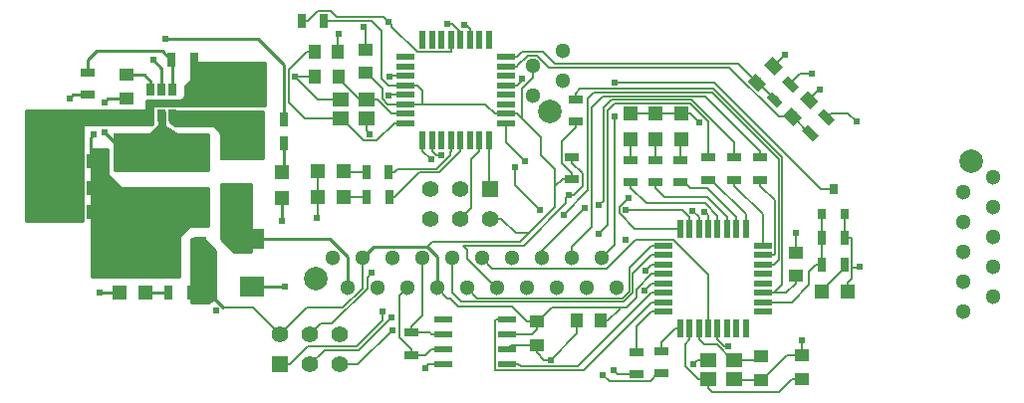
<source format=gtl>
G04 #@! TF.GenerationSoftware,KiCad,Pcbnew,5.0.2-bee76a0~70~ubuntu18.04.1*
G04 #@! TF.CreationDate,2019-04-15T21:30:03-04:00*
G04 #@! TF.ProjectId,dashboard_mk4_rev4,64617368-626f-4617-9264-5f6d6b345f72,6.0*
G04 #@! TF.SameCoordinates,Original*
G04 #@! TF.FileFunction,Copper,L1,Top*
G04 #@! TF.FilePolarity,Positive*
%FSLAX46Y46*%
G04 Gerber Fmt 4.6, Leading zero omitted, Abs format (unit mm)*
G04 Created by KiCad (PCBNEW 5.0.2-bee76a0~70~ubuntu18.04.1) date Mon 15 Apr 2019 09:30:03 PM EDT*
%MOMM*%
%LPD*%
G01*
G04 APERTURE LIST*
G04 #@! TA.AperFunction,SMDPad,CuDef*
%ADD10R,1.550000X0.600000*%
G04 #@! TD*
G04 #@! TA.AperFunction,SMDPad,CuDef*
%ADD11R,2.500000X0.900000*%
G04 #@! TD*
G04 #@! TA.AperFunction,SMDPad,CuDef*
%ADD12R,8.200000X3.300000*%
G04 #@! TD*
G04 #@! TA.AperFunction,SMDPad,CuDef*
%ADD13R,0.650000X1.060000*%
G04 #@! TD*
G04 #@! TA.AperFunction,SMDPad,CuDef*
%ADD14R,1.600000X1.000000*%
G04 #@! TD*
G04 #@! TA.AperFunction,SMDPad,CuDef*
%ADD15R,2.159000X1.778000*%
G04 #@! TD*
G04 #@! TA.AperFunction,SMDPad,CuDef*
%ADD16R,1.000000X3.200000*%
G04 #@! TD*
G04 #@! TA.AperFunction,ComponentPad*
%ADD17C,2.000000*%
G04 #@! TD*
G04 #@! TA.AperFunction,ComponentPad*
%ADD18C,1.300000*%
G04 #@! TD*
G04 #@! TA.AperFunction,ComponentPad*
%ADD19C,1.400000*%
G04 #@! TD*
G04 #@! TA.AperFunction,ComponentPad*
%ADD20R,1.400000X1.400000*%
G04 #@! TD*
G04 #@! TA.AperFunction,SMDPad,CuDef*
%ADD21R,0.550000X1.600000*%
G04 #@! TD*
G04 #@! TA.AperFunction,SMDPad,CuDef*
%ADD22R,1.600000X0.550000*%
G04 #@! TD*
G04 #@! TA.AperFunction,SMDPad,CuDef*
%ADD23R,1.400000X1.200000*%
G04 #@! TD*
G04 #@! TA.AperFunction,SMDPad,CuDef*
%ADD24R,1.250000X1.000000*%
G04 #@! TD*
G04 #@! TA.AperFunction,SMDPad,CuDef*
%ADD25R,1.000000X1.250000*%
G04 #@! TD*
G04 #@! TA.AperFunction,SMDPad,CuDef*
%ADD26R,1.200000X1.200000*%
G04 #@! TD*
G04 #@! TA.AperFunction,SMDPad,CuDef*
%ADD27R,0.700000X1.300000*%
G04 #@! TD*
G04 #@! TA.AperFunction,SMDPad,CuDef*
%ADD28R,1.300000X0.700000*%
G04 #@! TD*
G04 #@! TA.AperFunction,SMDPad,CuDef*
%ADD29C,1.000000*%
G04 #@! TD*
G04 #@! TA.AperFunction,Conductor*
%ADD30C,0.100000*%
G04 #@! TD*
G04 #@! TA.AperFunction,SMDPad,CuDef*
%ADD31C,0.700000*%
G04 #@! TD*
G04 #@! TA.AperFunction,SMDPad,CuDef*
%ADD32R,0.800000X0.900000*%
G04 #@! TD*
G04 #@! TA.AperFunction,ViaPad*
%ADD33C,0.609600*%
G04 #@! TD*
G04 #@! TA.AperFunction,Conductor*
%ADD34C,0.254000*%
G04 #@! TD*
G04 #@! TA.AperFunction,Conductor*
%ADD35C,0.152400*%
G04 #@! TD*
G04 #@! TA.AperFunction,Conductor*
%ADD36C,0.600000*%
G04 #@! TD*
G04 #@! TA.AperFunction,Conductor*
%ADD37C,0.800000*%
G04 #@! TD*
G04 #@! TA.AperFunction,Conductor*
%ADD38C,0.700000*%
G04 #@! TD*
G04 #@! TA.AperFunction,Conductor*
%ADD39C,0.500000*%
G04 #@! TD*
G04 #@! TA.AperFunction,Conductor*
%ADD40C,0.250000*%
G04 #@! TD*
G04 #@! TA.AperFunction,Conductor*
%ADD41C,0.300000*%
G04 #@! TD*
G04 APERTURE END LIST*
D10*
G04 #@! TO.P,U4,8*
G04 #@! TO.N,GND*
X118808516Y-160771054D03*
G04 #@! TO.P,U4,7*
G04 #@! TO.N,/CANH*
X118808516Y-159501054D03*
G04 #@! TO.P,U4,6*
G04 #@! TO.N,/CANL*
X118808516Y-158231054D03*
G04 #@! TO.P,U4,5*
G04 #@! TO.N,Net-(U4-Pad5)*
X118808516Y-156961054D03*
G04 #@! TO.P,U4,4*
G04 #@! TO.N,/RXCAN*
X124208516Y-156961054D03*
G04 #@! TO.P,U4,3*
G04 #@! TO.N,VCC*
X124208516Y-158231054D03*
G04 #@! TO.P,U4,2*
G04 #@! TO.N,GND*
X124208516Y-159501054D03*
G04 #@! TO.P,U4,1*
G04 #@! TO.N,/TXCAN*
X124208516Y-160771054D03*
G04 #@! TD*
D11*
G04 #@! TO.P,F1,2*
G04 #@! TO.N,/12V_Fused*
X101124594Y-142969499D03*
G04 #@! TO.P,F1,1*
G04 #@! TO.N,+12V*
X101124594Y-145869499D03*
G04 #@! TD*
D12*
G04 #@! TO.P,L1,2*
G04 #@! TO.N,Net-(C11-Pad1)*
X94818596Y-147473500D03*
G04 #@! TO.P,L1,1*
G04 #@! TO.N,Net-(C5-Pad2)*
X94818596Y-142773500D03*
G04 #@! TD*
D13*
G04 #@! TO.P,U2,5*
G04 #@! TO.N,Net-(R3-Pad2)*
X94843996Y-137419499D03*
G04 #@! TO.P,U2,6*
G04 #@! TO.N,Net-(C5-Pad1)*
X93893996Y-137419499D03*
G04 #@! TO.P,U2,4*
G04 #@! TO.N,Net-(R4-Pad1)*
X95793996Y-137419499D03*
G04 #@! TO.P,U2,3*
G04 #@! TO.N,/12V_Fused*
X95793996Y-139619499D03*
G04 #@! TO.P,U2,2*
G04 #@! TO.N,Net-(C5-Pad2)*
X94843996Y-139619499D03*
G04 #@! TO.P,U2,1*
G04 #@! TO.N,GND*
X93893996Y-139619499D03*
G04 #@! TD*
D14*
G04 #@! TO.P,C3,2*
G04 #@! TO.N,GND*
X98184099Y-136702001D03*
G04 #@! TO.P,C3,1*
G04 #@! TO.N,/12V_Fused*
X98184099Y-139702001D03*
G04 #@! TD*
D15*
G04 #@! TO.P,D7,1*
G04 #@! TO.N,+12V*
X102502094Y-150140000D03*
G04 #@! TO.P,D7,2*
G04 #@! TO.N,GND*
X102502094Y-154204000D03*
G04 #@! TD*
D16*
G04 #@! TO.P,R9,2*
G04 #@! TO.N,Net-(C11-Pad1)*
X91909097Y-151536996D03*
G04 #@! TO.P,R9,1*
G04 #@! TO.N,VCC*
X98109097Y-151536996D03*
G04 #@! TD*
D17*
G04 #@! TO.P,J3,5*
G04 #@! TO.N,N/C*
X127865000Y-139322000D03*
D18*
G04 #@! TO.P,J3,4*
G04 #@! TO.N,GND*
X128905000Y-134112000D03*
G04 #@! TO.P,J3,2*
G04 #@! TO.N,/SDA*
X128905000Y-136652000D03*
G04 #@! TO.P,J3,1*
G04 #@! TO.N,/SCL*
X126365000Y-137922000D03*
G04 #@! TO.P,J3,3*
G04 #@! TO.N,VCC*
X126365000Y-135382000D03*
G04 #@! TD*
D19*
G04 #@! TO.P,J4,6*
G04 #@! TO.N,GND*
X117659969Y-148419501D03*
G04 #@! TO.P,J4,5*
G04 #@! TO.N,/RESET_2*
X117659969Y-145879501D03*
G04 #@! TO.P,J4,4*
G04 #@! TO.N,/MOSI_2*
X120199969Y-148419501D03*
G04 #@! TO.P,J4,3*
G04 #@! TO.N,/SCK_2*
X120199969Y-145879501D03*
G04 #@! TO.P,J4,2*
G04 #@! TO.N,VCC*
X122739969Y-148419501D03*
D20*
G04 #@! TO.P,J4,1*
G04 #@! TO.N,/MISO_2*
X122739969Y-145879501D03*
G04 #@! TD*
D19*
G04 #@! TO.P,J5,6*
G04 #@! TO.N,GND*
X110012030Y-158274700D03*
G04 #@! TO.P,J5,5*
G04 #@! TO.N,/RESET*
X110012030Y-160814700D03*
G04 #@! TO.P,J5,4*
G04 #@! TO.N,/MOSI*
X107472030Y-158274700D03*
G04 #@! TO.P,J5,3*
G04 #@! TO.N,/SCK*
X107472030Y-160814700D03*
G04 #@! TO.P,J5,2*
G04 #@! TO.N,VCC*
X104932030Y-158274700D03*
D20*
G04 #@! TO.P,J5,1*
G04 #@! TO.N,/MISO*
X104932030Y-160814700D03*
G04 #@! TD*
D21*
G04 #@! TO.P,U1,32*
G04 #@! TO.N,/INFO2*
X138906587Y-149246853D03*
G04 #@! TO.P,U1,31*
G04 #@! TO.N,/RESET*
X139706587Y-149246853D03*
G04 #@! TO.P,U1,30*
G04 #@! TO.N,/PWM_0*
X140506587Y-149246853D03*
G04 #@! TO.P,U1,29*
G04 #@! TO.N,/INFO1*
X141306587Y-149246853D03*
G04 #@! TO.P,U1,28*
G04 #@! TO.N,Net-(R16-Pad1)*
X142106587Y-149246853D03*
G04 #@! TO.P,U1,27*
G04 #@! TO.N,Net-(R15-Pad1)*
X142906587Y-149246853D03*
G04 #@! TO.P,U1,26*
G04 #@! TO.N,Net-(R14-Pad1)*
X143706587Y-149246853D03*
G04 #@! TO.P,U1,25*
G04 #@! TO.N,Net-(R19-Pad1)*
X144506587Y-149246853D03*
D22*
G04 #@! TO.P,U1,24*
G04 #@! TO.N,Net-(R13-Pad2)*
X145956587Y-150696853D03*
G04 #@! TO.P,U1,23*
G04 #@! TO.N,Net-(R10-Pad2)*
X145956587Y-151496853D03*
G04 #@! TO.P,U1,22*
G04 #@! TO.N,/START_BTN*
X145956587Y-152296853D03*
G04 #@! TO.P,U1,21*
G04 #@! TO.N,Net-(U1-Pad21)*
X145956587Y-153096853D03*
G04 #@! TO.P,U1,20*
G04 #@! TO.N,Net-(U1-Pad20)*
X145956587Y-153896853D03*
G04 #@! TO.P,U1,19*
G04 #@! TO.N,Net-(C2-Pad1)*
X145956587Y-154696853D03*
G04 #@! TO.P,U1,18*
G04 #@! TO.N,Net-(Q1-Pad1)*
X145956587Y-155496853D03*
G04 #@! TO.P,U1,17*
G04 #@! TO.N,Net-(U1-Pad17)*
X145956587Y-156296853D03*
D21*
G04 #@! TO.P,U1,16*
G04 #@! TO.N,Net-(U1-Pad16)*
X144506587Y-157746853D03*
G04 #@! TO.P,U1,15*
G04 #@! TO.N,Net-(U1-Pad15)*
X143706587Y-157746853D03*
G04 #@! TO.P,U1,14*
G04 #@! TO.N,Net-(U1-Pad14)*
X142906587Y-157746853D03*
G04 #@! TO.P,U1,13*
G04 #@! TO.N,/STR_POT_SENSE*
X142106587Y-157746853D03*
G04 #@! TO.P,U1,12*
G04 #@! TO.N,/SCK*
X141306587Y-157746853D03*
G04 #@! TO.P,U1,11*
G04 #@! TO.N,Net-(C13-Pad1)*
X140506587Y-157746853D03*
G04 #@! TO.P,U1,10*
G04 #@! TO.N,Net-(C14-Pad1)*
X139706587Y-157746853D03*
G04 #@! TO.P,U1,9*
G04 #@! TO.N,Net-(R6-Pad2)*
X138906587Y-157746853D03*
D22*
G04 #@! TO.P,U1,8*
G04 #@! TO.N,Net-(R1-Pad2)*
X137456587Y-156296853D03*
G04 #@! TO.P,U1,7*
G04 #@! TO.N,/RXCAN*
X137456587Y-155496853D03*
G04 #@! TO.P,U1,6*
G04 #@! TO.N,/TXCAN*
X137456587Y-154696853D03*
G04 #@! TO.P,U1,5*
G04 #@! TO.N,GND*
X137456587Y-153896853D03*
G04 #@! TO.P,U1,4*
G04 #@! TO.N,VCC*
X137456587Y-153096853D03*
G04 #@! TO.P,U1,3*
G04 #@! TO.N,/PWM_1*
X137456587Y-152296853D03*
G04 #@! TO.P,U1,2*
G04 #@! TO.N,/MOSI*
X137456587Y-151496853D03*
G04 #@! TO.P,U1,1*
G04 #@! TO.N,/MISO*
X137456587Y-150696853D03*
G04 #@! TD*
D21*
G04 #@! TO.P,U3,32*
G04 #@! TO.N,Net-(U3-Pad32)*
X117049449Y-133211941D03*
G04 #@! TO.P,U3,31*
G04 #@! TO.N,Net-(U3-Pad31)*
X117849449Y-133211941D03*
G04 #@! TO.P,U3,30*
G04 #@! TO.N,Net-(U3-Pad30)*
X118649449Y-133211941D03*
G04 #@! TO.P,U3,29*
G04 #@! TO.N,/RESET_2*
X119449449Y-133211941D03*
G04 #@! TO.P,U3,28*
G04 #@! TO.N,/SCL*
X120249449Y-133211941D03*
G04 #@! TO.P,U3,27*
G04 #@! TO.N,/SDA*
X121049449Y-133211941D03*
G04 #@! TO.P,U3,26*
G04 #@! TO.N,Net-(U3-Pad26)*
X121849449Y-133211941D03*
G04 #@! TO.P,U3,25*
G04 #@! TO.N,Net-(U3-Pad25)*
X122649449Y-133211941D03*
D22*
G04 #@! TO.P,U3,24*
G04 #@! TO.N,Net-(C6-Pad1)*
X124099449Y-134661941D03*
G04 #@! TO.P,U3,23*
G04 #@! TO.N,Net-(C8-Pad1)*
X124099449Y-135461941D03*
G04 #@! TO.P,U3,22*
G04 #@! TO.N,Net-(U3-Pad22)*
X124099449Y-136261941D03*
G04 #@! TO.P,U3,21*
G04 #@! TO.N,GND*
X124099449Y-137061941D03*
G04 #@! TO.P,U3,20*
G04 #@! TO.N,Net-(U3-Pad20)*
X124099449Y-137861941D03*
G04 #@! TO.P,U3,19*
G04 #@! TO.N,Net-(U3-Pad19)*
X124099449Y-138661941D03*
G04 #@! TO.P,U3,18*
G04 #@! TO.N,VCC*
X124099449Y-139461941D03*
G04 #@! TO.P,U3,17*
G04 #@! TO.N,/SCK_2*
X124099449Y-140261941D03*
D21*
G04 #@! TO.P,U3,16*
G04 #@! TO.N,/MISO_2*
X122649449Y-141711941D03*
G04 #@! TO.P,U3,15*
G04 #@! TO.N,/MOSI_2*
X121849449Y-141711941D03*
G04 #@! TO.P,U3,14*
G04 #@! TO.N,Net-(U3-Pad14)*
X121049449Y-141711941D03*
G04 #@! TO.P,U3,13*
G04 #@! TO.N,Net-(R11-Pad2)*
X120249449Y-141711941D03*
G04 #@! TO.P,U3,12*
G04 #@! TO.N,Net-(R8-Pad2)*
X119449449Y-141711941D03*
G04 #@! TO.P,U3,11*
G04 #@! TO.N,Net-(U3-Pad11)*
X118649449Y-141711941D03*
G04 #@! TO.P,U3,10*
G04 #@! TO.N,/INFO2*
X117849449Y-141711941D03*
G04 #@! TO.P,U3,9*
G04 #@! TO.N,/INFO1*
X117049449Y-141711941D03*
D22*
G04 #@! TO.P,U3,8*
G04 #@! TO.N,/XTAL2*
X115599449Y-140261941D03*
G04 #@! TO.P,U3,7*
G04 #@! TO.N,/XTAL1*
X115599449Y-139461941D03*
G04 #@! TO.P,U3,6*
G04 #@! TO.N,VCC*
X115599449Y-138661941D03*
G04 #@! TO.P,U3,5*
G04 #@! TO.N,GND*
X115599449Y-137861941D03*
G04 #@! TO.P,U3,4*
G04 #@! TO.N,VCC*
X115599449Y-137061941D03*
G04 #@! TO.P,U3,3*
G04 #@! TO.N,GND*
X115599449Y-136261941D03*
G04 #@! TO.P,U3,2*
G04 #@! TO.N,Net-(U3-Pad2)*
X115599449Y-135461941D03*
G04 #@! TO.P,U3,1*
G04 #@! TO.N,Net-(U3-Pad1)*
X115599449Y-134661941D03*
G04 #@! TD*
D23*
G04 #@! TO.P,Y1,4*
G04 #@! TO.N,GND*
X112225000Y-139865000D03*
G04 #@! TO.P,Y1,3*
G04 #@! TO.N,/XTAL2*
X110025000Y-139865000D03*
G04 #@! TO.P,Y1,2*
G04 #@! TO.N,GND*
X110025000Y-138265000D03*
G04 #@! TO.P,Y1,1*
G04 #@! TO.N,/XTAL1*
X112225000Y-138265000D03*
G04 #@! TD*
G04 #@! TO.P,Y2,4*
G04 #@! TO.N,GND*
X143473812Y-162032579D03*
G04 #@! TO.P,Y2,3*
G04 #@! TO.N,Net-(C14-Pad1)*
X141273812Y-162032579D03*
G04 #@! TO.P,Y2,2*
G04 #@! TO.N,GND*
X141273812Y-160432579D03*
G04 #@! TO.P,Y2,1*
G04 #@! TO.N,Net-(C13-Pad1)*
X143473812Y-160432579D03*
G04 #@! TD*
D17*
G04 #@! TO.P,J1,11*
G04 #@! TO.N,N/C*
X163681000Y-143507000D03*
D18*
G04 #@! TO.P,J1,10*
G04 #@! TO.N,Net-(J1-Pad10)*
X162941000Y-156337000D03*
G04 #@! TO.P,J1,9*
G04 #@! TO.N,Net-(J1-Pad9)*
X165481000Y-155067000D03*
G04 #@! TO.P,J1,8*
G04 #@! TO.N,Net-(J1-Pad8)*
X162941000Y-153797000D03*
G04 #@! TO.P,J1,6*
G04 #@! TO.N,Net-(J1-Pad6)*
X162941000Y-151257000D03*
G04 #@! TO.P,J1,4*
G04 #@! TO.N,Net-(J1-Pad4)*
X162941000Y-148717000D03*
G04 #@! TO.P,J1,2*
G04 #@! TO.N,Net-(J1-Pad2)*
X162941000Y-146177000D03*
G04 #@! TO.P,J1,7*
G04 #@! TO.N,Net-(J1-Pad7)*
X165481000Y-152527000D03*
G04 #@! TO.P,J1,1*
G04 #@! TO.N,Net-(J1-Pad1)*
X165481000Y-144907000D03*
G04 #@! TO.P,J1,3*
G04 #@! TO.N,Net-(J1-Pad3)*
X165481000Y-147447000D03*
G04 #@! TO.P,J1,5*
G04 #@! TO.N,Net-(J1-Pad5)*
X165481000Y-149987000D03*
G04 #@! TD*
G04 #@! TO.P,J2,5*
G04 #@! TO.N,GND*
X114459570Y-151744360D03*
G04 #@! TO.P,J2,3*
G04 #@! TO.N,VCC*
X111919570Y-151744360D03*
G04 #@! TO.P,J2,1*
G04 #@! TO.N,GND*
X109379570Y-151744360D03*
G04 #@! TO.P,J2,7*
G04 #@! TO.N,/CANL*
X116999570Y-151744360D03*
G04 #@! TO.P,J2,2*
G04 #@! TO.N,+12V*
X110649570Y-154284360D03*
G04 #@! TO.P,J2,4*
G04 #@! TO.N,/STR_POT_SENSE*
X113189570Y-154284360D03*
G04 #@! TO.P,J2,6*
G04 #@! TO.N,/CANH*
X115729570Y-154284360D03*
G04 #@! TO.P,J2,8*
G04 #@! TO.N,VCC*
X118269570Y-154284360D03*
G04 #@! TO.P,J2,9*
G04 #@! TO.N,/MOSI*
X119539570Y-151744360D03*
G04 #@! TO.P,J2,10*
G04 #@! TO.N,/MISO*
X120809570Y-154284360D03*
G04 #@! TO.P,J2,11*
G04 #@! TO.N,/SCK*
X122079570Y-151744360D03*
G04 #@! TO.P,J2,12*
G04 #@! TO.N,/RESET*
X123349570Y-154284360D03*
G04 #@! TO.P,J2,13*
G04 #@! TO.N,/RJLED1*
X124619570Y-151744360D03*
G04 #@! TO.P,J2,14*
G04 #@! TO.N,/RJLED2*
X125889570Y-154284360D03*
G04 #@! TO.P,J2,15*
G04 #@! TO.N,/LED_START*
X127159570Y-151744360D03*
G04 #@! TO.P,J2,16*
G04 #@! TO.N,/LED_BMS*
X128429570Y-154284360D03*
G04 #@! TO.P,J2,17*
G04 #@! TO.N,/LED_IMD*
X129699570Y-151744360D03*
G04 #@! TO.P,J2,18*
G04 #@! TO.N,/START_BTN*
X130969570Y-154284360D03*
G04 #@! TO.P,J2,19*
G04 #@! TO.N,/RTD_BUZZER*
X132239570Y-151744360D03*
G04 #@! TO.P,J2,20*
G04 #@! TO.N,Net-(J2-Pad20)*
X133509570Y-154284360D03*
D17*
G04 #@! TO.P,J2,21*
G04 #@! TO.N,N/C*
X107979570Y-153544360D03*
G04 #@! TD*
D24*
G04 #@! TO.P,C5,1*
G04 #@! TO.N,Net-(C5-Pad1)*
X91834101Y-136185998D03*
G04 #@! TO.P,C5,2*
G04 #@! TO.N,Net-(C5-Pad2)*
X91834101Y-138185998D03*
G04 #@! TD*
D25*
G04 #@! TO.P,C11,1*
G04 #@! TO.N,Net-(C11-Pad1)*
X89024096Y-145821998D03*
G04 #@! TO.P,C11,2*
G04 #@! TO.N,GND*
X87024096Y-145821998D03*
G04 #@! TD*
G04 #@! TO.P,C12,1*
G04 #@! TO.N,Net-(C11-Pad1)*
X89024098Y-143535998D03*
G04 #@! TO.P,C12,2*
G04 #@! TO.N,GND*
X87024098Y-143535998D03*
G04 #@! TD*
D26*
G04 #@! TO.P,D2,2*
G04 #@! TO.N,Net-(D2-Pad2)*
X93442098Y-154711999D03*
G04 #@! TO.P,D2,1*
G04 #@! TO.N,GND*
X91242098Y-154711999D03*
G04 #@! TD*
D27*
G04 #@! TO.P,R2,1*
G04 #@! TO.N,/12V_Fused*
X103330098Y-142012002D03*
G04 #@! TO.P,R2,2*
G04 #@! TO.N,Net-(D1-Pad2)*
X105230098Y-142012002D03*
G04 #@! TD*
G04 #@! TO.P,R3,1*
G04 #@! TO.N,/12V_Fused*
X103330096Y-139979997D03*
G04 #@! TO.P,R3,2*
G04 #@! TO.N,Net-(R3-Pad2)*
X105230096Y-139979997D03*
G04 #@! TD*
G04 #@! TO.P,R12,1*
G04 #@! TO.N,VCC*
X97356096Y-154712001D03*
G04 #@! TO.P,R12,2*
G04 #@! TO.N,Net-(D2-Pad2)*
X95456096Y-154712001D03*
G04 #@! TD*
D25*
G04 #@! TO.P,C7,1*
G04 #@! TO.N,Net-(C11-Pad1)*
X89024099Y-147854000D03*
G04 #@! TO.P,C7,2*
G04 #@! TO.N,GND*
X87024099Y-147854000D03*
G04 #@! TD*
D26*
G04 #@! TO.P,D1,2*
G04 #@! TO.N,Net-(D1-Pad2)*
X105042095Y-144467996D03*
G04 #@! TO.P,D1,1*
G04 #@! TO.N,GND*
X105042095Y-146667996D03*
G04 #@! TD*
D27*
G04 #@! TO.P,R4,1*
G04 #@! TO.N,Net-(R4-Pad1)*
X95710095Y-134900001D03*
G04 #@! TO.P,R4,2*
G04 #@! TO.N,GND*
X97610095Y-134900001D03*
G04 #@! TD*
D28*
G04 #@! TO.P,R5,1*
G04 #@! TO.N,Net-(R4-Pad1)*
X88532094Y-135982001D03*
G04 #@! TO.P,R5,2*
G04 #@! TO.N,Net-(C11-Pad1)*
X88532094Y-137882001D03*
G04 #@! TD*
D25*
G04 #@! TO.P,C1,1*
G04 #@! TO.N,VCC*
X132142290Y-157093601D03*
G04 #@! TO.P,C1,2*
G04 #@! TO.N,GND*
X130142290Y-157093601D03*
G04 #@! TD*
D24*
G04 #@! TO.P,C2,2*
G04 #@! TO.N,GND*
X148717000Y-151273000D03*
G04 #@! TO.P,C2,1*
G04 #@! TO.N,Net-(C2-Pad1)*
X148717000Y-153273000D03*
G04 #@! TD*
G04 #@! TO.P,C4,2*
G04 #@! TO.N,GND*
X112141000Y-134001000D03*
G04 #@! TO.P,C4,1*
G04 #@! TO.N,VCC*
X112141000Y-136001000D03*
G04 #@! TD*
D29*
G04 #@! TO.P,C6,2*
G04 #@! TO.N,GND*
X146857581Y-135410268D03*
D30*
G04 #@! TD*
G04 #@! TO.N,GND*
G04 #@! TO.C,C6*
G36*
X146945969Y-136205763D02*
X146062086Y-135321880D01*
X146769193Y-134614773D01*
X147653076Y-135498656D01*
X146945969Y-136205763D01*
X146945969Y-136205763D01*
G37*
D29*
G04 #@! TO.P,C6,1*
G04 #@! TO.N,Net-(C6-Pad1)*
X145443367Y-136824482D03*
D30*
G04 #@! TD*
G04 #@! TO.N,Net-(C6-Pad1)*
G04 #@! TO.C,C6*
G36*
X145531755Y-137619977D02*
X144647872Y-136736094D01*
X145354979Y-136028987D01*
X146238862Y-136912870D01*
X145531755Y-137619977D01*
X145531755Y-137619977D01*
G37*
D29*
G04 #@! TO.P,C8,1*
G04 #@! TO.N,Net-(C8-Pad1)*
X148466547Y-139717845D03*
D30*
G04 #@! TD*
G04 #@! TO.N,Net-(C8-Pad1)*
G04 #@! TO.C,C8*
G36*
X148554935Y-140513340D02*
X147671052Y-139629457D01*
X148378159Y-138922350D01*
X149262042Y-139806233D01*
X148554935Y-140513340D01*
X148554935Y-140513340D01*
G37*
D29*
G04 #@! TO.P,C8,2*
G04 #@! TO.N,GND*
X149880761Y-138303631D03*
D30*
G04 #@! TD*
G04 #@! TO.N,GND*
G04 #@! TO.C,C8*
G36*
X149969149Y-139099126D02*
X149085266Y-138215243D01*
X149792373Y-137508136D01*
X150676256Y-138392019D01*
X149969149Y-139099126D01*
X149969149Y-139099126D01*
G37*
D25*
G04 #@! TO.P,C9,2*
G04 #@! TO.N,GND*
X107867560Y-136336618D03*
G04 #@! TO.P,C9,1*
G04 #@! TO.N,/XTAL1*
X109867560Y-136336618D03*
G04 #@! TD*
G04 #@! TO.P,C10,1*
G04 #@! TO.N,/XTAL2*
X107839000Y-134239000D03*
G04 #@! TO.P,C10,2*
G04 #@! TO.N,GND*
X109839000Y-134239000D03*
G04 #@! TD*
D24*
G04 #@! TO.P,C13,2*
G04 #@! TO.N,GND*
X145771154Y-162123336D03*
G04 #@! TO.P,C13,1*
G04 #@! TO.N,Net-(C13-Pad1)*
X145771154Y-160123336D03*
G04 #@! TD*
G04 #@! TO.P,C14,2*
G04 #@! TO.N,GND*
X149225000Y-160036000D03*
G04 #@! TO.P,C14,1*
G04 #@! TO.N,Net-(C14-Pad1)*
X149225000Y-162036000D03*
G04 #@! TD*
G04 #@! TO.P,C15,2*
G04 #@! TO.N,GND*
X126705359Y-159154855D03*
G04 #@! TO.P,C15,1*
G04 #@! TO.N,VCC*
X126705359Y-157154855D03*
G04 #@! TD*
D26*
G04 #@! TO.P,PB1,1*
G04 #@! TO.N,GND*
X108078078Y-144351081D03*
G04 #@! TO.P,PB1,2*
G04 #@! TO.N,Net-(D3-Pad2)*
X110278076Y-144351081D03*
G04 #@! TD*
G04 #@! TO.P,PB0,2*
G04 #@! TO.N,Net-(D4-Pad2)*
X110278078Y-146520713D03*
G04 #@! TO.P,PB0,1*
G04 #@! TO.N,GND*
X108078080Y-146520713D03*
G04 #@! TD*
G04 #@! TO.P,PB5,1*
G04 #@! TO.N,GND*
X139021121Y-139462848D03*
G04 #@! TO.P,PB5,2*
G04 #@! TO.N,Net-(D5-Pad2)*
X139021121Y-141662846D03*
G04 #@! TD*
G04 #@! TO.P,PB6,2*
G04 #@! TO.N,Net-(D6-Pad2)*
X136815571Y-141623331D03*
G04 #@! TO.P,PB6,1*
G04 #@! TO.N,GND*
X136815571Y-139423333D03*
G04 #@! TD*
G04 #@! TO.P,PB7,1*
G04 #@! TO.N,GND*
X134726762Y-139425131D03*
G04 #@! TO.P,PB7,2*
G04 #@! TO.N,Net-(D8-Pad2)*
X134726762Y-141625129D03*
G04 #@! TD*
D28*
G04 #@! TO.P,R1,1*
G04 #@! TO.N,/RJLED1*
X135224713Y-161628576D03*
G04 #@! TO.P,R1,2*
G04 #@! TO.N,Net-(R1-Pad2)*
X135224713Y-159728578D03*
G04 #@! TD*
G04 #@! TO.P,R6,2*
G04 #@! TO.N,Net-(R6-Pad2)*
X137315315Y-159685474D03*
G04 #@! TO.P,R6,1*
G04 #@! TO.N,/RJLED2*
X137315315Y-161585472D03*
G04 #@! TD*
G04 #@! TO.P,R7,1*
G04 #@! TO.N,VCC*
X130048000Y-140136038D03*
G04 #@! TO.P,R7,2*
G04 #@! TO.N,Net-(C2-Pad1)*
X130048000Y-138236038D03*
G04 #@! TD*
D27*
G04 #@! TO.P,R8,2*
G04 #@! TO.N,Net-(R8-Pad2)*
X114163803Y-144428313D03*
G04 #@! TO.P,R8,1*
G04 #@! TO.N,Net-(D3-Pad2)*
X112263805Y-144428313D03*
G04 #@! TD*
D28*
G04 #@! TO.P,R10,2*
G04 #@! TO.N,Net-(R10-Pad2)*
X145739286Y-145089033D03*
G04 #@! TO.P,R10,1*
G04 #@! TO.N,/LED_IMD*
X145739286Y-143189035D03*
G04 #@! TD*
D27*
G04 #@! TO.P,R11,1*
G04 #@! TO.N,Net-(D4-Pad2)*
X112274582Y-146536878D03*
G04 #@! TO.P,R11,2*
G04 #@! TO.N,Net-(R11-Pad2)*
X114174580Y-146536878D03*
G04 #@! TD*
D28*
G04 #@! TO.P,R13,2*
G04 #@! TO.N,Net-(R13-Pad2)*
X143522959Y-145092623D03*
G04 #@! TO.P,R13,1*
G04 #@! TO.N,/LED_START*
X143522959Y-143192625D03*
G04 #@! TD*
G04 #@! TO.P,R14,2*
G04 #@! TO.N,Net-(D5-Pad2)*
X138965582Y-143410983D03*
G04 #@! TO.P,R14,1*
G04 #@! TO.N,Net-(R14-Pad1)*
X138965582Y-145310981D03*
G04 #@! TD*
G04 #@! TO.P,R15,1*
G04 #@! TO.N,Net-(R15-Pad1)*
X136824434Y-145323219D03*
G04 #@! TO.P,R15,2*
G04 #@! TO.N,Net-(D6-Pad2)*
X136824434Y-143423221D03*
G04 #@! TD*
G04 #@! TO.P,R16,1*
G04 #@! TO.N,Net-(R16-Pad1)*
X134716128Y-145300205D03*
G04 #@! TO.P,R16,2*
G04 #@! TO.N,Net-(D8-Pad2)*
X134716128Y-143400207D03*
G04 #@! TD*
D31*
G04 #@! TO.P,R17,2*
G04 #@! TO.N,Net-(C6-Pad1)*
X146946842Y-138272484D03*
D30*
G04 #@! TD*
G04 #@! TO.N,Net-(C6-Pad1)*
G04 #@! TO.C,R17*
G36*
X146734710Y-137565377D02*
X147653949Y-138484616D01*
X147158974Y-138979591D01*
X146239735Y-138060352D01*
X146734710Y-137565377D01*
X146734710Y-137565377D01*
G37*
D31*
G04 #@! TO.P,R17,1*
G04 #@! TO.N,/PWM_1*
X148290344Y-136928982D03*
D30*
G04 #@! TD*
G04 #@! TO.N,/PWM_1*
G04 #@! TO.C,R17*
G36*
X148078212Y-136221875D02*
X148997451Y-137141114D01*
X148502476Y-137636089D01*
X147583237Y-136716850D01*
X148078212Y-136221875D01*
X148078212Y-136221875D01*
G37*
D31*
G04 #@! TO.P,R18,1*
G04 #@! TO.N,/PWM_0*
X151353584Y-139763624D03*
D30*
G04 #@! TD*
G04 #@! TO.N,/PWM_0*
G04 #@! TO.C,R18*
G36*
X151141452Y-139056517D02*
X152060691Y-139975756D01*
X151565716Y-140470731D01*
X150646477Y-139551492D01*
X151141452Y-139056517D01*
X151141452Y-139056517D01*
G37*
D31*
G04 #@! TO.P,R18,2*
G04 #@! TO.N,Net-(C8-Pad1)*
X150010082Y-141107126D03*
D30*
G04 #@! TD*
G04 #@! TO.N,Net-(C8-Pad1)*
G04 #@! TO.C,R18*
G36*
X149797950Y-140400019D02*
X150717189Y-141319258D01*
X150222214Y-141814233D01*
X149302975Y-140894994D01*
X149797950Y-140400019D01*
X149797950Y-140400019D01*
G37*
D28*
G04 #@! TO.P,R19,2*
G04 #@! TO.N,/LED_BMS*
X141295855Y-143185443D03*
G04 #@! TO.P,R19,1*
G04 #@! TO.N,Net-(R19-Pad1)*
X141295855Y-145085441D03*
G04 #@! TD*
D27*
G04 #@! TO.P,R20,2*
G04 #@! TO.N,VCC*
X108645999Y-131572000D03*
G04 #@! TO.P,R20,1*
G04 #@! TO.N,/RESET_2*
X106746001Y-131572000D03*
G04 #@! TD*
D28*
G04 #@! TO.P,R21,2*
G04 #@! TO.N,VCC*
X129719891Y-145048959D03*
G04 #@! TO.P,R21,1*
G04 #@! TO.N,/RESET*
X129719891Y-143148961D03*
G04 #@! TD*
G04 #@! TO.P,R22,1*
G04 #@! TO.N,/CANH*
X116065297Y-160011632D03*
G04 #@! TO.P,R22,2*
G04 #@! TO.N,/CANL*
X116065297Y-158111634D03*
G04 #@! TD*
D26*
G04 #@! TO.P,D9,2*
G04 #@! TO.N,Net-(D9-Pad2)*
X150968963Y-154565382D03*
G04 #@! TO.P,D9,1*
G04 #@! TO.N,GND*
X153168961Y-154565382D03*
G04 #@! TD*
D32*
G04 #@! TO.P,Q1,1*
G04 #@! TO.N,Net-(Q1-Pad1)*
X150991962Y-147995383D03*
G04 #@! TO.P,Q1,2*
G04 #@! TO.N,GND*
X152891962Y-147995383D03*
G04 #@! TO.P,Q1,3*
G04 #@! TO.N,/RTD_BUZZER*
X151941962Y-145895382D03*
G04 #@! TD*
D27*
G04 #@! TO.P,R23,1*
G04 #@! TO.N,Net-(Q1-Pad1)*
X150991962Y-152279382D03*
G04 #@! TO.P,R23,2*
G04 #@! TO.N,Net-(D9-Pad2)*
X152891960Y-152279382D03*
G04 #@! TD*
G04 #@! TO.P,R24,2*
G04 #@! TO.N,GND*
X152891960Y-149993382D03*
G04 #@! TO.P,R24,1*
G04 #@! TO.N,Net-(Q1-Pad1)*
X150991962Y-149993382D03*
G04 #@! TD*
D33*
G04 #@! TO.N,GND*
X105296097Y-154203998D03*
X89548094Y-154711999D03*
X100216096Y-137947999D03*
X102502098Y-137947996D03*
X102502096Y-136169999D03*
X100216098Y-136170000D03*
X85230096Y-147599998D03*
X84976100Y-142773997D03*
X83960098Y-143789998D03*
X84976097Y-144805997D03*
X83960098Y-145821999D03*
X84976097Y-146584000D03*
X83960098Y-147600002D03*
X105042095Y-148616001D03*
X99454097Y-156235997D03*
X117233250Y-161091561D03*
X127891090Y-160454021D03*
X135869230Y-154533281D03*
X140054599Y-160756792D03*
X140514890Y-140197521D03*
X150752198Y-137446870D03*
X147795897Y-134440281D03*
X108051151Y-148343302D03*
X106203070Y-136325934D03*
X114185249Y-136285921D03*
X149225000Y-158750000D03*
X109855000Y-132715000D03*
X154170523Y-152481872D03*
X148717000Y-149606000D03*
X114114368Y-137922000D03*
X112522000Y-141224000D03*
X112014000Y-132080000D03*
X125476000Y-136525000D03*
G04 #@! TO.N,/MISO*
X113642140Y-156324300D03*
G04 #@! TO.N,/SCK*
X114360960Y-156832300D03*
G04 #@! TO.N,Net-(C5-Pad2)*
X89967195Y-138501902D03*
X90017996Y-141092700D03*
G04 #@! TO.N,Net-(C11-Pad1)*
X89040096Y-141249999D03*
X87008098Y-138202001D03*
G04 #@! TO.N,Net-(R3-Pad2)*
X94120099Y-134900000D03*
X95136098Y-133121997D03*
G04 #@! TO.N,/STR_POT_SENSE*
X142963450Y-159229742D03*
G04 #@! TO.N,/MOSI*
X112695906Y-153036354D03*
G04 #@! TO.N,/RESET*
X134291890Y-147675280D03*
X129486209Y-146369721D03*
X129486209Y-146369721D03*
X114477800Y-157871160D03*
G04 #@! TO.N,/RJLED1*
X133268271Y-161312542D03*
G04 #@! TO.N,/RJLED2*
X132371651Y-161688461D03*
G04 #@! TO.N,/LED_START*
X132016049Y-147243481D03*
X130786690Y-147467001D03*
G04 #@! TO.N,/LED_BMS*
X131995729Y-149681880D03*
G04 #@! TO.N,/START_BTN*
X128998529Y-148061362D03*
X128998529Y-148061362D03*
G04 #@! TO.N,/SCL*
X119135212Y-131822694D03*
G04 #@! TO.N,/SDA*
X120523000Y-131953000D03*
G04 #@! TO.N,/SCK_2*
X125727011Y-143542701D03*
G04 #@! TO.N,/RESET_2*
X114109050Y-131650420D03*
G04 #@! TO.N,/PWM_1*
X135991151Y-152834022D03*
X150132559Y-136101629D03*
G04 #@! TO.N,/PWM_0*
X139973871Y-147705761D03*
X153943781Y-140149927D03*
G04 #@! TO.N,/RTD_BUZZER*
X133350000Y-139700000D03*
X133350000Y-136842091D03*
G04 #@! TO.N,/INFO2*
X134493000Y-146685000D03*
X118618956Y-143023174D03*
G04 #@! TO.N,/INFO1*
X141002973Y-147795027D03*
X134239000Y-150241000D03*
X117729000Y-143383000D03*
X124841000Y-144018000D03*
X127000000Y-147701000D03*
G04 #@! TD*
D34*
G04 #@! TO.N,GND*
X102502098Y-154203998D02*
X105296097Y-154203998D01*
X91242095Y-154711999D02*
X89548094Y-154711999D01*
X97610096Y-134900001D02*
X97610097Y-136128001D01*
X97610097Y-136128001D02*
X98184098Y-136702002D01*
X102502098Y-154203998D02*
X102311595Y-154203999D01*
X98184098Y-136702002D02*
X99684098Y-136702002D01*
X102502096Y-136169999D02*
X102502098Y-137947996D01*
X99684098Y-136702002D02*
X100216098Y-136170000D01*
X85230096Y-147599998D02*
X83960098Y-147600002D01*
X85484097Y-147854000D02*
X85230096Y-147599998D01*
X87024100Y-147853998D02*
X85484097Y-147854000D01*
X84722098Y-142520000D02*
X84722097Y-141504000D01*
X84976100Y-142773997D02*
X84722098Y-142520000D01*
X84976097Y-144805997D02*
X83960098Y-143789998D01*
X84214096Y-145821996D02*
X83960098Y-145821999D01*
X84976097Y-146584000D02*
X84214096Y-145821996D01*
X105042095Y-146668001D02*
X105042095Y-148616001D01*
X126359158Y-159501054D02*
X126705359Y-159154855D01*
D35*
X124554717Y-159154855D02*
X124208517Y-159501055D01*
X126705359Y-159154855D02*
X124554717Y-159154855D01*
X118808517Y-160771053D02*
X117553756Y-160771054D01*
X117553756Y-160771054D02*
X117233250Y-161091561D01*
X127352124Y-160454021D02*
X127891090Y-160454021D01*
X126705359Y-159154855D02*
X126705359Y-159807255D01*
X126705359Y-159807255D02*
X127352124Y-160454021D01*
X135869231Y-154531809D02*
X135869230Y-154533281D01*
X137456587Y-153896851D02*
X136504188Y-153896853D01*
X136504188Y-153896853D02*
X135869231Y-154531809D01*
X143950592Y-162509359D02*
X143473813Y-162032580D01*
X143564572Y-162123338D02*
X143473813Y-162032580D01*
X145771153Y-162123338D02*
X143564572Y-162123338D01*
X145771153Y-162123338D02*
X145896152Y-162123338D01*
X141273814Y-160432580D02*
X140378809Y-160432580D01*
X140378809Y-160432580D02*
X140054599Y-160756792D01*
X130142289Y-158202821D02*
X127891090Y-160454021D01*
X130142289Y-157093601D02*
X130142289Y-158202821D01*
X136813773Y-139425131D02*
X136815571Y-139423333D01*
X134726762Y-139425132D02*
X136813773Y-139425131D01*
X138981606Y-139423333D02*
X139021119Y-139462848D01*
X136815571Y-139423333D02*
X138981606Y-139423333D01*
X140508193Y-140197521D02*
X140514890Y-140197521D01*
X139021119Y-139462848D02*
X139773519Y-139462848D01*
X139773519Y-139462848D02*
X140508193Y-140197521D01*
X114647050Y-136261941D02*
X115599450Y-136261940D01*
X149880761Y-138303633D02*
X150737523Y-137446870D01*
X150737523Y-137446870D02*
X150752198Y-137446870D01*
X146857580Y-135410267D02*
X147795896Y-134471953D01*
X147795896Y-134471953D02*
X147795897Y-134440281D01*
X108078079Y-145768313D02*
X108078079Y-146520713D01*
X108078078Y-144351081D02*
X108078079Y-145768313D01*
X108078079Y-146520713D02*
X108078079Y-148316372D01*
X108078079Y-148316372D02*
X108051151Y-148343302D01*
X107838356Y-136365821D02*
X107867559Y-136336618D01*
X107867559Y-136336618D02*
X106213755Y-136336619D01*
X106213755Y-136336619D02*
X106203070Y-136325934D01*
X114647050Y-136261941D02*
X114209230Y-136261940D01*
X114209230Y-136261940D02*
X114185249Y-136285921D01*
X147983490Y-160036000D02*
X149225000Y-160036000D01*
X145771154Y-162123336D02*
X145896154Y-162123336D01*
X145896154Y-162123336D02*
X147983490Y-160036000D01*
X149225000Y-160036000D02*
X149225000Y-158750000D01*
X109839000Y-134239000D02*
X109839000Y-132731000D01*
X109839000Y-132731000D02*
X109855000Y-132715000D01*
X153470562Y-152533382D02*
X153973961Y-152533382D01*
X153470562Y-152533382D02*
X153470562Y-153511381D01*
X152891962Y-148545382D02*
X152891962Y-147995383D01*
X152891962Y-149993382D02*
X152891962Y-148545382D01*
X153394362Y-149993382D02*
X152891962Y-149993382D01*
X153470562Y-152533382D02*
X153470562Y-150069583D01*
X153470562Y-150069583D02*
X153394362Y-149993382D01*
X153168961Y-153812982D02*
X153168961Y-154565382D01*
X153470562Y-153511381D02*
X153168961Y-153812982D01*
X153973961Y-152533382D02*
X154025471Y-152481872D01*
X154025471Y-152481872D02*
X154170523Y-152481872D01*
X148717000Y-151273000D02*
X148717000Y-149606000D01*
X115599449Y-137861941D02*
X114174427Y-137861941D01*
X114174427Y-137861941D02*
X114114368Y-137922000D01*
X112225000Y-139865000D02*
X112225000Y-140927000D01*
X112225000Y-140927000D02*
X112522000Y-141224000D01*
X108142136Y-138265000D02*
X106203070Y-136325934D01*
X110025000Y-138265000D02*
X108142136Y-138265000D01*
X112141000Y-134001000D02*
X112141000Y-132207000D01*
X112141000Y-132207000D02*
X112014000Y-132080000D01*
X125476000Y-136637790D02*
X125476000Y-136525000D01*
X124099449Y-137061941D02*
X125051849Y-137061941D01*
X125051849Y-137061941D02*
X125476000Y-136637790D01*
G04 #@! TO.N,VCC*
X115419210Y-138697802D02*
X115495410Y-138621600D01*
D34*
X118269570Y-151638847D02*
X117445684Y-150814960D01*
X118269570Y-154284361D02*
X118269570Y-151638847D01*
X126705358Y-157154853D02*
X126580358Y-157154855D01*
D35*
X126705359Y-157807256D02*
X126705358Y-157154853D01*
X126281560Y-158231054D02*
X126705359Y-157807256D01*
X124208518Y-158231054D02*
X126281560Y-158231054D01*
X124662745Y-155889641D02*
X125927958Y-157154854D01*
X120093291Y-155889641D02*
X124662745Y-155889641D01*
X119366611Y-155162961D02*
X120093291Y-155889641D01*
X119148170Y-155162962D02*
X119366611Y-155162961D01*
X125927958Y-157154854D02*
X126705358Y-157154853D01*
X118269570Y-154284361D02*
X119148170Y-155162962D01*
X136504186Y-153096850D02*
X135196139Y-154404899D01*
X137456588Y-153096852D02*
X136504186Y-153096850D01*
X135196139Y-154404899D02*
X135196139Y-155089531D01*
X135196139Y-155089531D02*
X134345229Y-155940441D01*
X126830357Y-157154854D02*
X126705358Y-157154853D01*
X128020630Y-155964583D02*
X126830357Y-157154854D01*
X128020630Y-155940441D02*
X128020630Y-155964583D01*
X133743250Y-156145041D02*
X133743250Y-155940441D01*
X132794689Y-157093601D02*
X133743250Y-156145041D01*
X132142291Y-157093602D02*
X132794689Y-157093601D01*
X134345229Y-155940441D02*
X133743250Y-155940441D01*
X133743250Y-155940441D02*
X128020630Y-155940441D01*
X128917490Y-145048960D02*
X128302571Y-145663880D01*
X129719891Y-145048960D02*
X128917490Y-145048960D01*
X117882801Y-150377840D02*
X117445684Y-150814960D01*
X125330769Y-150377841D02*
X117882801Y-150377840D01*
X128302569Y-145765201D02*
X128302569Y-145620961D01*
X128302571Y-145663880D02*
X128302569Y-145765201D01*
X123147050Y-139461939D02*
X122347049Y-138661939D01*
X124099450Y-139461940D02*
X123147050Y-139461939D01*
X116974171Y-137484261D02*
X116974171Y-138661941D01*
X115599450Y-137061941D02*
X116551850Y-137061940D01*
X122347049Y-138661939D02*
X116974171Y-138661941D01*
X116551850Y-137061940D02*
X116974171Y-137484261D01*
X128302571Y-144223961D02*
X128302571Y-145856641D01*
X128302569Y-145765201D02*
X128302571Y-145856641D01*
X128302571Y-145856641D02*
X128302569Y-147406039D01*
D34*
X98109098Y-154563000D02*
X97960096Y-154711999D01*
X98109096Y-151536998D02*
X98109098Y-154563000D01*
X98794716Y-154712000D02*
X100038297Y-155955582D01*
X97960096Y-154711999D02*
X98794716Y-154712000D01*
D35*
X125051850Y-139461939D02*
X124099450Y-139461940D01*
X127062510Y-142983900D02*
X127062510Y-141472600D01*
X128302571Y-144223961D02*
X127062510Y-142983900D01*
X124931339Y-149620921D02*
X126087689Y-149620921D01*
X123729918Y-148419501D02*
X124931339Y-149620921D01*
X128302569Y-147406039D02*
X126087689Y-149620921D01*
X122739970Y-148419500D02*
X123729918Y-148419501D01*
X126087689Y-149620921D02*
X125330769Y-150377841D01*
X114171835Y-137061941D02*
X113575651Y-136465755D01*
X115599450Y-137061941D02*
X114171835Y-137061941D01*
X102612912Y-155955582D02*
X104932030Y-158274700D01*
X100038297Y-155955582D02*
X102612912Y-155955582D01*
X109908497Y-156001241D02*
X107205489Y-156001241D01*
X110233018Y-156001242D02*
X109908497Y-156001241D01*
X111919570Y-151744362D02*
X111919571Y-154314691D01*
X107205489Y-156001241D02*
X104932030Y-158274700D01*
X111919571Y-154314691D02*
X110233018Y-156001242D01*
X114647049Y-137061941D02*
X115599449Y-137061941D01*
D34*
X117445683Y-150814959D02*
X117445684Y-150814960D01*
X112848971Y-150814959D02*
X117445683Y-150814959D01*
X111919570Y-151744360D02*
X112848971Y-150814959D01*
D35*
X129719891Y-144546560D02*
X129719891Y-145048960D01*
X128841289Y-143667959D02*
X129719891Y-144546560D01*
X116551849Y-138661941D02*
X116974171Y-138661941D01*
X115599449Y-138661941D02*
X116551849Y-138661941D01*
X114647049Y-138661941D02*
X115599449Y-138661941D01*
X114064875Y-138661941D02*
X114647049Y-138661941D01*
X113580967Y-138178033D02*
X114064875Y-138661941D01*
X112266000Y-136001000D02*
X113580967Y-137315967D01*
X113580967Y-137315967D02*
X113580967Y-138178033D01*
X112141000Y-136001000D02*
X112266000Y-136001000D01*
X112661250Y-131546599D02*
X113575651Y-132461000D01*
X109148399Y-131572000D02*
X109173800Y-131546599D01*
X109173800Y-131546599D02*
X112661250Y-131546599D01*
X108645999Y-131572000D02*
X109148399Y-131572000D01*
X113575651Y-136465755D02*
X113575651Y-132461000D01*
X125476000Y-139886089D02*
X125051850Y-139461939D01*
X127062510Y-141472600D02*
X125476000Y-139886089D01*
X128841289Y-141845149D02*
X128841289Y-142621000D01*
X130048000Y-140638438D02*
X128841289Y-141845149D01*
X130048000Y-140136038D02*
X130048000Y-140638438D01*
X128841289Y-142621000D02*
X128841289Y-143667959D01*
X125476000Y-139700000D02*
X125476000Y-139886089D01*
X125486399Y-137304035D02*
X125486399Y-139689601D01*
X126365000Y-136425434D02*
X125486399Y-137304035D01*
X125486399Y-139689601D02*
X125476000Y-139700000D01*
X126365000Y-135382000D02*
X126365000Y-136425434D01*
D34*
G04 #@! TO.N,Net-(D2-Pad2)*
X95456099Y-154712001D02*
X93442098Y-154712001D01*
D35*
G04 #@! TO.N,/MISO*
X136504186Y-150696852D02*
X137456586Y-150696851D01*
X134586520Y-152614519D02*
X136504186Y-150696852D01*
X134586520Y-154596791D02*
X134586520Y-152614519D01*
X134020349Y-155162962D02*
X134586520Y-154596791D01*
X121688170Y-155162962D02*
X134020349Y-155162962D01*
X120809569Y-154284361D02*
X121688170Y-155162962D01*
X105784430Y-160814700D02*
X107300490Y-159298640D01*
X104932030Y-160814700D02*
X105784430Y-160814700D01*
X107300490Y-159298640D02*
X111424720Y-159298640D01*
X111424720Y-159298640D02*
X113642140Y-157081220D01*
X113642140Y-157081220D02*
X113642140Y-156324300D01*
G04 #@! TO.N,/RXCAN*
X123204916Y-157037255D02*
X123204916Y-161253934D01*
X123281117Y-156961052D02*
X123204916Y-157037255D01*
X124208517Y-156961052D02*
X123281117Y-156961052D01*
X130701384Y-161299655D02*
X136504186Y-155496851D01*
X136504186Y-155496851D02*
X137456586Y-155496852D01*
X123250636Y-161299655D02*
X130701384Y-161299655D01*
X123204916Y-161253934D02*
X123250636Y-161299655D01*
G04 #@! TO.N,/SCK*
X141306587Y-153133334D02*
X138366505Y-150193251D01*
X141306587Y-157746852D02*
X141306587Y-153133334D01*
X132661298Y-152622962D02*
X122958171Y-152622962D01*
X135091009Y-150193249D02*
X132661298Y-152622962D01*
X138366505Y-150193251D02*
X135091009Y-150193249D01*
X122958171Y-152622962D02*
X122079569Y-151744359D01*
X111589811Y-159603449D02*
X114360960Y-156832300D01*
X107472030Y-160814700D02*
X108683281Y-159603449D01*
X108683281Y-159603449D02*
X111589811Y-159603449D01*
D36*
G04 #@! TO.N,/12V_Fused*
X97593997Y-139619504D02*
X97643998Y-139569497D01*
D34*
G04 #@! TO.N,Net-(C5-Pad1)*
X93894000Y-137419501D02*
X93893997Y-136705900D01*
X93374097Y-136186000D02*
X91834097Y-136186003D01*
X93893997Y-136705900D02*
X93374097Y-136186000D01*
G04 #@! TO.N,Net-(C5-Pad2)*
X92024597Y-138219500D02*
X90249600Y-138219497D01*
X90249600Y-138219497D02*
X89967195Y-138501902D01*
X90017996Y-141092700D02*
X91698799Y-142773499D01*
X91698799Y-142773499D02*
X93104096Y-142012002D01*
X91327598Y-142773500D02*
X93104096Y-142012002D01*
D37*
X93129498Y-141986602D02*
X93104096Y-142012002D01*
D38*
X93129498Y-141986602D02*
X93104096Y-142012002D01*
D36*
X93129498Y-141986602D02*
X93104096Y-142012002D01*
D39*
X93129498Y-141986602D02*
X93104096Y-142012002D01*
D40*
X93129498Y-141986602D02*
X93104096Y-142012002D01*
X93129498Y-141986602D02*
X93104096Y-142012002D01*
D38*
X93129498Y-141986602D02*
X93104096Y-142012002D01*
D36*
X93129498Y-141986602D02*
X93104096Y-142012002D01*
D40*
X93129498Y-141986602D02*
X93104096Y-142012002D01*
D34*
G04 #@! TO.N,Net-(C11-Pad1)*
X88532098Y-137881998D02*
X87328097Y-137882002D01*
X88774097Y-141515998D02*
X88774098Y-143210997D01*
X89040096Y-141249999D02*
X88774097Y-141515998D01*
X87328097Y-137882002D02*
X87008098Y-138202001D01*
D37*
X94636099Y-147655999D02*
X94818597Y-147473500D01*
X91250599Y-147473501D02*
X94818597Y-147473500D01*
D41*
X89274099Y-142569002D02*
X89274100Y-143211001D01*
D34*
G04 #@! TO.N,Net-(D1-Pad2)*
X105230099Y-142011999D02*
X105230097Y-144279999D01*
X105230097Y-144279999D02*
X105042097Y-144468000D01*
G04 #@! TO.N,+12V*
X101124599Y-145869498D02*
X101124598Y-148952998D01*
X101124598Y-148952998D02*
X102311597Y-150140001D01*
X102311597Y-150140001D02*
X102502100Y-150140000D01*
X110649570Y-153365122D02*
X110649570Y-154284360D01*
X110649570Y-151638846D02*
X110649570Y-153365122D01*
X109150724Y-150140000D02*
X110649570Y-151638846D01*
X102502093Y-150140000D02*
X109150724Y-150140000D01*
G04 #@! TO.N,Net-(R3-Pad2)*
X105230097Y-139979998D02*
X105230098Y-135342000D01*
X94843999Y-135623901D02*
X94843999Y-137419499D01*
X94120099Y-134900000D02*
X94843999Y-135623901D01*
X103010096Y-133122001D02*
X95136098Y-133121997D01*
X105230098Y-135342000D02*
X103010096Y-133122001D01*
G04 #@! TO.N,Net-(R4-Pad1)*
X95793995Y-137419499D02*
X95793996Y-135049898D01*
X88532097Y-134899999D02*
X88532098Y-135982001D01*
X89294098Y-134138001D02*
X88532097Y-134899999D01*
X94882099Y-134138001D02*
X89294098Y-134138001D01*
X95793996Y-135049898D02*
X94882099Y-134138001D01*
X95805098Y-137408400D02*
X95793995Y-137419499D01*
D35*
G04 #@! TO.N,Net-(C2-Pad1)*
X148717000Y-153925400D02*
X148717000Y-153273000D01*
X147945547Y-154696853D02*
X148717000Y-153925400D01*
X145956587Y-154696853D02*
X147945547Y-154696853D01*
X146908988Y-154696852D02*
X145956588Y-154696851D01*
X141768290Y-137375491D02*
X147594808Y-143202009D01*
X147594808Y-143202009D02*
X147594808Y-154011031D01*
X147594808Y-154011031D02*
X146908988Y-154696852D01*
X130406147Y-137375491D02*
X131064000Y-137375491D01*
X130048000Y-137733638D02*
X130406147Y-137375491D01*
X130048000Y-138236038D02*
X130048000Y-137733638D01*
X130683000Y-137375491D02*
X131064000Y-137375491D01*
X131064000Y-137375491D02*
X141768290Y-137375491D01*
G04 #@! TO.N,Net-(C6-Pad1)*
X124624449Y-134661941D02*
X124099450Y-134661941D01*
X145498840Y-136824482D02*
X145443367Y-136824482D01*
X146946842Y-138272484D02*
X145498840Y-136824482D01*
X144930716Y-136311831D02*
X145443367Y-136824482D01*
X124099449Y-134661941D02*
X125051849Y-134661941D01*
X128229589Y-135214589D02*
X143833474Y-135214589D01*
X143833474Y-135214589D02*
X144930716Y-136311831D01*
X127213589Y-134198589D02*
X128229589Y-135214589D01*
X125515201Y-134198589D02*
X127213589Y-134198589D01*
X125051849Y-134661941D02*
X125515201Y-134198589D01*
G04 #@! TO.N,Net-(C8-Pad1)*
X149855828Y-141107126D02*
X150010082Y-141107126D01*
X148466547Y-139717845D02*
X149855828Y-141107126D01*
X147306318Y-139717845D02*
X147659440Y-139717845D01*
X143107872Y-135519399D02*
X147306318Y-139717845D01*
X124099449Y-135461941D02*
X125051849Y-135461941D01*
X147659440Y-139717845D02*
X148466547Y-139717845D01*
X125943271Y-134503399D02*
X126756399Y-134503399D01*
X125051849Y-135461941D02*
X125051849Y-135394821D01*
X125051849Y-135394821D02*
X125943271Y-134503399D01*
X127772399Y-135519399D02*
X128270000Y-135519399D01*
X126756399Y-134503399D02*
X127772399Y-135519399D01*
X128229271Y-135519399D02*
X128270000Y-135519399D01*
X128270000Y-135519399D02*
X143107872Y-135519399D01*
G04 #@! TO.N,/XTAL1*
X114647050Y-139461942D02*
X115599450Y-139461941D01*
X114403690Y-139461941D02*
X114647050Y-139461942D01*
X111670942Y-138265000D02*
X112225000Y-138265000D01*
X109867560Y-136461618D02*
X111670942Y-138265000D01*
X109867560Y-136336618D02*
X109867560Y-136461618D01*
X113206749Y-138265000D02*
X112225000Y-138265000D01*
X114403690Y-139461941D02*
X113206749Y-138265000D01*
G04 #@! TO.N,/XTAL2*
X115495410Y-140221602D02*
X115419210Y-140145401D01*
X107186600Y-134239000D02*
X107839000Y-134239000D01*
X105669669Y-135755931D02*
X107186600Y-134239000D01*
X105669669Y-138525555D02*
X105669669Y-135755931D01*
X106985957Y-139841843D02*
X105669669Y-138525555D01*
X107838357Y-139841843D02*
X106985957Y-139841843D01*
X107861514Y-139865000D02*
X110025000Y-139865000D01*
X107838357Y-139841843D02*
X107861514Y-139865000D01*
X110125000Y-139865000D02*
X110025000Y-139865000D01*
X113151589Y-141757401D02*
X112017401Y-141757401D01*
X112017401Y-141757401D02*
X110125000Y-139865000D01*
X114647049Y-140261941D02*
X113151589Y-141757401D01*
X115599449Y-140261941D02*
X114647049Y-140261941D01*
G04 #@! TO.N,Net-(C13-Pad1)*
X143473813Y-160432580D02*
X143373814Y-160432580D01*
X145461910Y-160432580D02*
X145771152Y-160123338D01*
X143473813Y-160432580D02*
X145461910Y-160432580D01*
X143373812Y-160432580D02*
X143473811Y-160432580D01*
D34*
X143473812Y-160432579D02*
X143076734Y-160432579D01*
D35*
X143373812Y-160432579D02*
X142072233Y-159131000D01*
X143473812Y-160432579D02*
X143373812Y-160432579D01*
X140938334Y-159131000D02*
X140506587Y-158699253D01*
X140506587Y-158699253D02*
X140506587Y-157746853D01*
X142072233Y-159131000D02*
X140938334Y-159131000D01*
G04 #@! TO.N,Net-(C14-Pad1)*
X141273814Y-162784980D02*
X141683834Y-163195000D01*
X139706587Y-157746853D02*
X139706587Y-158699253D01*
X139706587Y-158699253D02*
X139319000Y-159086840D01*
X141683834Y-163195000D02*
X147288600Y-163195000D01*
X139319000Y-159086840D02*
X139319000Y-160930168D01*
X147288600Y-163195000D02*
X148447600Y-162036000D01*
X139319000Y-160930168D02*
X140421412Y-162032580D01*
X148447600Y-162036000D02*
X149225000Y-162036000D01*
X140421412Y-162032580D02*
X141273812Y-162032580D01*
X141273812Y-162032580D02*
X141273814Y-162784980D01*
G04 #@! TO.N,Net-(D3-Pad2)*
X110355305Y-144428312D02*
X110278077Y-144351084D01*
X112263804Y-144428313D02*
X110355305Y-144428312D01*
G04 #@! TO.N,Net-(D4-Pad2)*
X110294242Y-146536879D02*
X110278077Y-146520713D01*
X112274581Y-146536878D02*
X110294242Y-146536879D01*
G04 #@! TO.N,Net-(D5-Pad2)*
X138965582Y-141718384D02*
X139021119Y-141662845D01*
X138965583Y-143410984D02*
X138965582Y-141718384D01*
G04 #@! TO.N,Net-(D6-Pad2)*
X136824434Y-141632194D02*
X136815571Y-141623331D01*
X136824434Y-143423221D02*
X136824434Y-141632194D01*
G04 #@! TO.N,Net-(D8-Pad2)*
X134716127Y-141635762D02*
X134726760Y-141625129D01*
X134716127Y-143400207D02*
X134716127Y-141635762D01*
D34*
G04 #@! TO.N,/CANL*
X118689098Y-158111635D02*
X118808517Y-158231054D01*
D35*
X118808517Y-158231054D02*
X117776344Y-158231054D01*
X117656925Y-158111635D02*
X116065297Y-158111635D01*
X117776344Y-158231054D02*
X117656925Y-158111635D01*
X116999569Y-156674962D02*
X116999569Y-152663599D01*
X116999569Y-152663599D02*
X116999571Y-151744362D01*
X116065297Y-157609235D02*
X116999569Y-156674962D01*
X116065297Y-158111635D02*
X116065297Y-157609235D01*
G04 #@! TO.N,/STR_POT_SENSE*
X142637075Y-159229741D02*
X142963450Y-159229742D01*
X142106588Y-157746852D02*
X142106588Y-158699252D01*
X142106588Y-158699252D02*
X142637075Y-159229741D01*
D34*
G04 #@! TO.N,/CANH*
X116065297Y-160011633D02*
X115765297Y-160011633D01*
D35*
X118808517Y-159501054D02*
X117739177Y-159501054D01*
X117228597Y-160011633D02*
X116065297Y-160011633D01*
X117739177Y-159501054D02*
X117228597Y-160011633D01*
X115079571Y-154934359D02*
X115729569Y-154284362D01*
X115079571Y-158523507D02*
X115079571Y-154934359D01*
X116065297Y-159509233D02*
X115079571Y-158523507D01*
X116065297Y-160011633D02*
X116065297Y-159509233D01*
G04 #@! TO.N,/MOSI*
X119539570Y-154680601D02*
X119539570Y-151744361D01*
X120342209Y-155483240D02*
X119539570Y-154680601D01*
X134131137Y-155483242D02*
X134891331Y-154723047D01*
X120342209Y-155483240D02*
X134131137Y-155483242D01*
X136504186Y-151496853D02*
X137456588Y-151496852D01*
X134891330Y-153109708D02*
X136504186Y-151496853D01*
X134891331Y-154723047D02*
X134891330Y-153109708D01*
X109319229Y-157346099D02*
X112310969Y-154354359D01*
X107472030Y-158274700D02*
X108400631Y-157346099D01*
X108400631Y-157346099D02*
X109319229Y-157346099D01*
X112310969Y-154354359D02*
X112310969Y-153421291D01*
X112310969Y-153421291D02*
X112695906Y-153036354D01*
G04 #@! TO.N,/RESET*
X139087416Y-147675280D02*
X134291890Y-147675280D01*
X139706587Y-149246852D02*
X139706587Y-148294451D01*
X139706587Y-148294451D02*
X139087416Y-147675280D01*
X130629209Y-145657773D02*
X129917262Y-146369721D01*
X130629209Y-144560681D02*
X130629209Y-145657773D01*
X129719891Y-143651363D02*
X130629209Y-144560681D01*
X129917262Y-146369721D02*
X129486209Y-146369721D01*
X129719891Y-143148962D02*
X129719891Y-143651363D01*
X120857830Y-151822949D02*
X122669241Y-153634360D01*
X129486209Y-146369721D02*
X129181410Y-146674518D01*
X129181410Y-146674518D02*
X129181410Y-147111400D01*
X122669241Y-153634360D02*
X122699572Y-153634363D01*
X129181410Y-147111400D02*
X125610170Y-150682641D01*
X125610170Y-150682641D02*
X120502230Y-150682641D01*
X120502230Y-150682641D02*
X120857830Y-151038242D01*
X120857830Y-151038242D02*
X120857830Y-151822949D01*
X122699572Y-153634363D02*
X123349571Y-154284361D01*
X110012030Y-160814700D02*
X111534260Y-160814700D01*
X111534260Y-160814700D02*
X114477800Y-157871160D01*
G04 #@! TO.N,/RJLED1*
X133325977Y-161312541D02*
X133268271Y-161312542D01*
X135224713Y-161628577D02*
X134924713Y-161628577D01*
X133584305Y-161628577D02*
X133268271Y-161312542D01*
X135224713Y-161628577D02*
X133584305Y-161628577D01*
G04 #@! TO.N,/RJLED2*
X137315316Y-161585472D02*
X137015316Y-161585472D01*
X137015316Y-161585472D02*
X136393610Y-162207178D01*
X132890367Y-162207178D02*
X132371651Y-161688461D01*
X136393610Y-162207178D02*
X132890367Y-162207178D01*
G04 #@! TO.N,/LED_START*
X139890743Y-138289923D02*
X133054968Y-138289922D01*
X143522961Y-143192626D02*
X143522959Y-141922139D01*
X143522959Y-141922139D02*
X139890743Y-138289923D01*
X133054968Y-138289922D02*
X132386889Y-138958001D01*
X132386889Y-138958001D02*
X132386890Y-146872641D01*
X132386890Y-146872641D02*
X132016049Y-147243481D01*
X127159569Y-151094120D02*
X127159571Y-151744362D01*
X130786690Y-147467001D02*
X127159569Y-151094120D01*
G04 #@! TO.N,/LED_BMS*
X132715000Y-148962609D02*
X131995729Y-149681880D01*
X132715000Y-139192000D02*
X132715000Y-148962609D01*
X139764487Y-138594732D02*
X133312268Y-138594732D01*
X133312268Y-138594732D02*
X132715000Y-139192000D01*
X141295856Y-143185444D02*
X141295854Y-140126099D01*
X141295854Y-140126099D02*
X139764487Y-138594732D01*
G04 #@! TO.N,/LED_IMD*
X141037763Y-137985113D02*
X132359020Y-137985112D01*
X145739287Y-143189034D02*
X145739286Y-142686636D01*
X145739286Y-142686636D02*
X141037763Y-137985113D01*
X129699570Y-150825123D02*
X131406450Y-149118243D01*
X129699570Y-151744361D02*
X129699570Y-150825123D01*
X131406450Y-149118243D02*
X131406451Y-138937681D01*
X132359020Y-137985112D02*
X131406451Y-138937681D01*
G04 #@! TO.N,/START_BTN*
X141642036Y-137680300D02*
X131546229Y-137680301D01*
X147289998Y-143328264D02*
X141642036Y-137680300D01*
X147289998Y-151915841D02*
X147289998Y-143328264D01*
X145956588Y-152296852D02*
X146908987Y-152296852D01*
X146908987Y-152296852D02*
X147289998Y-151915841D01*
X131546229Y-137680301D02*
X131050842Y-138175690D01*
X131050842Y-138175690D02*
X131050842Y-146009050D01*
X131050842Y-146009050D02*
X128998529Y-148061362D01*
G04 #@! TO.N,/SCL*
X119546684Y-131822694D02*
X119135212Y-131822694D01*
X120249449Y-133211941D02*
X120249449Y-132525459D01*
X120249449Y-132525459D02*
X119546684Y-131822694D01*
G04 #@! TO.N,/SDA*
X120742908Y-131953000D02*
X120523000Y-131953000D01*
X121049449Y-133211941D02*
X121049449Y-132259541D01*
X121049449Y-132259541D02*
X120742908Y-131953000D01*
G04 #@! TO.N,/MISO_2*
X122649451Y-145788982D02*
X122739969Y-145879501D01*
X122649451Y-141711940D02*
X122649451Y-145788982D01*
G04 #@! TO.N,/SCK_2*
X124099450Y-140261941D02*
X124099450Y-141915141D01*
X124099450Y-141915141D02*
X125727011Y-143542701D01*
G04 #@! TO.N,/MOSI_2*
X120899970Y-147719501D02*
X120199969Y-148419501D01*
X121128571Y-147490899D02*
X120899970Y-147719501D01*
X121849451Y-142664340D02*
X121128571Y-143385220D01*
X121128571Y-143385220D02*
X121128571Y-147490899D01*
X121849450Y-141711940D02*
X121849451Y-142664340D01*
G04 #@! TO.N,/RESET_2*
X107248401Y-131572000D02*
X106746001Y-131572000D01*
X108127002Y-130693399D02*
X107248401Y-131572000D01*
X109178880Y-130693399D02*
X108127002Y-130693399D01*
X109727271Y-131241790D02*
X109178880Y-130693399D01*
X113700420Y-131241790D02*
X109727271Y-131241790D01*
X114109050Y-131650420D02*
X113700420Y-131241790D01*
X119373248Y-134240542D02*
X116591568Y-134240542D01*
X114413849Y-131955219D02*
X114109050Y-131650420D01*
X119449449Y-134164341D02*
X119373248Y-134240542D01*
X114413849Y-132062823D02*
X114413849Y-131955219D01*
X116591568Y-134240542D02*
X114413849Y-132062823D01*
X119449449Y-133211941D02*
X119449449Y-134164341D01*
G04 #@! TO.N,Net-(R1-Pad2)*
X136931586Y-156296853D02*
X137456586Y-156296853D01*
X135224713Y-159226179D02*
X135224713Y-159728579D01*
X135224713Y-157576326D02*
X135224713Y-159226179D01*
X136504188Y-156296852D02*
X135224713Y-157576326D01*
X137456586Y-156296853D02*
X136504188Y-156296852D01*
G04 #@! TO.N,Net-(R6-Pad2)*
X138479188Y-157746852D02*
X138906586Y-157746852D01*
X137315316Y-158910723D02*
X137315316Y-159685473D01*
X138479188Y-157746852D02*
X137315316Y-158910723D01*
G04 #@! TO.N,Net-(R8-Pad2)*
X119373250Y-142740543D02*
X119449450Y-142664341D01*
X119449450Y-142664341D02*
X119449450Y-141711940D01*
X114163802Y-144428312D02*
X114666202Y-144428313D01*
X119373250Y-142740543D02*
X119373250Y-143023223D01*
X118234021Y-144162452D02*
X114932065Y-144162451D01*
X114932065Y-144162451D02*
X114666202Y-144428313D01*
X119373250Y-143023223D02*
X118234021Y-144162452D01*
G04 #@! TO.N,Net-(R10-Pad2)*
X146908988Y-151496852D02*
X145956587Y-151496852D01*
X146985188Y-146837333D02*
X146985188Y-151420651D01*
X146985188Y-151420651D02*
X146908988Y-151496852D01*
X145739287Y-145591432D02*
X146985188Y-146837333D01*
X145739287Y-145089033D02*
X145739287Y-145591432D01*
G04 #@! TO.N,Net-(R11-Pad2)*
X120249450Y-142664340D02*
X120249450Y-141711941D01*
X116746598Y-144467261D02*
X114676979Y-146536878D01*
X114676979Y-146536878D02*
X114174579Y-146536877D01*
X118446530Y-144467261D02*
X116746598Y-144467261D01*
X120249450Y-142664340D02*
X118446530Y-144467261D01*
G04 #@! TO.N,Net-(R13-Pad2)*
X145956588Y-150269452D02*
X145956588Y-150696851D01*
X145956588Y-148028651D02*
X145956588Y-150269452D01*
X143522961Y-145595024D02*
X145956588Y-148028651D01*
X143522961Y-145092624D02*
X143522961Y-145595024D01*
G04 #@! TO.N,Net-(R14-Pad1)*
X141225516Y-145813380D02*
X143706587Y-148294451D01*
X143706587Y-148294451D02*
X143706587Y-149246852D01*
X139767983Y-145813380D02*
X141225516Y-145813380D01*
X139265583Y-145310980D02*
X139767983Y-145813380D01*
X138965581Y-145310981D02*
X139265583Y-145310980D01*
G04 #@! TO.N,Net-(R15-Pad1)*
X136824434Y-145825619D02*
X137576816Y-146578001D01*
X136824434Y-145323218D02*
X136824434Y-145825619D01*
X142906586Y-148294452D02*
X142906586Y-149246851D01*
X141190136Y-146578001D02*
X142906586Y-148294452D01*
X137576816Y-146578001D02*
X141190136Y-146578001D01*
G04 #@! TO.N,Net-(R16-Pad1)*
X134716128Y-145802603D02*
X136019844Y-147106321D01*
X134716129Y-145300205D02*
X134716128Y-145802603D01*
X142106588Y-148294453D02*
X142106586Y-149246852D01*
X142106588Y-148144299D02*
X142106588Y-148294453D01*
X141068609Y-147106320D02*
X142106588Y-148144299D01*
X136019844Y-147106321D02*
X141068609Y-147106320D01*
G04 #@! TO.N,/PWM_1*
X137456588Y-152296852D02*
X136504188Y-152296852D01*
X135991151Y-152809889D02*
X135991151Y-152834022D01*
X136504188Y-152296852D02*
X135991151Y-152809889D01*
X149117699Y-136101627D02*
X148290343Y-136928983D01*
X150132559Y-136101629D02*
X149117699Y-136101627D01*
G04 #@! TO.N,/PWM_0*
X140506587Y-149246851D02*
X140506587Y-148238477D01*
X140506587Y-148238477D02*
X139973871Y-147705761D01*
X151708835Y-139408375D02*
X151353584Y-139763625D01*
X153202227Y-139408373D02*
X151708835Y-139408375D01*
X153943781Y-140149927D02*
X153202227Y-139408373D01*
G04 #@! TO.N,Net-(R19-Pad1)*
X144506587Y-148294452D02*
X144506587Y-149246851D01*
X144506587Y-147996173D02*
X144506587Y-148294452D01*
X141595854Y-145085439D02*
X144506587Y-147996173D01*
X141295854Y-145085439D02*
X141595854Y-145085439D01*
G04 #@! TO.N,/TXCAN*
X125135917Y-160771054D02*
X124208517Y-160771054D01*
X125352286Y-160987422D02*
X125135917Y-160771054D01*
X130213616Y-160987422D02*
X125352286Y-160987422D01*
X136504186Y-154696852D02*
X130213616Y-160987422D01*
X137456586Y-154696851D02*
X136504186Y-154696852D01*
G04 #@! TO.N,/RTD_BUZZER*
X132239570Y-151744360D02*
X133350000Y-150633930D01*
X133350000Y-150633930D02*
X133350000Y-143383000D01*
X133350000Y-143383000D02*
X133350000Y-139700000D01*
X133350000Y-136842091D02*
X141795091Y-136842091D01*
X150848382Y-145895382D02*
X151941962Y-145895382D01*
X141795091Y-136842091D02*
X150848382Y-145895382D01*
G04 #@! TO.N,Net-(Q1-Pad1)*
X150991961Y-147995382D02*
X150991962Y-152279382D01*
X150991962Y-152579382D02*
X150991962Y-152279382D01*
X149860000Y-152908944D02*
X150489562Y-152279382D01*
X149860000Y-154051000D02*
X149860000Y-152908944D01*
X148414147Y-155496853D02*
X149860000Y-154051000D01*
X150489562Y-152279382D02*
X150991962Y-152279382D01*
X145956587Y-155496853D02*
X148414147Y-155496853D01*
G04 #@! TO.N,Net-(D9-Pad2)*
X152891962Y-152579382D02*
X150968962Y-154502382D01*
X152891962Y-152279382D02*
X152891962Y-152579382D01*
G04 #@! TO.N,/INFO2*
X133758489Y-147419511D02*
X134493000Y-146685000D01*
X133758489Y-147931313D02*
X133758489Y-147419511D01*
X138906587Y-149246853D02*
X135074029Y-149246853D01*
X135074029Y-149246853D02*
X133758489Y-147931313D01*
X117849449Y-142664341D02*
X117849449Y-141711941D01*
X117849449Y-142684719D02*
X117849449Y-142664341D01*
X118187904Y-143023174D02*
X117849449Y-142684719D01*
X118618956Y-143023174D02*
X118187904Y-143023174D01*
G04 #@! TO.N,/INFO1*
X141306587Y-149246853D02*
X141306587Y-148098641D01*
X141306587Y-148098641D02*
X141002973Y-147795027D01*
X117049449Y-141711941D02*
X117049449Y-142703449D01*
X117049449Y-142703449D02*
X117729000Y-143383000D01*
X124841000Y-144018000D02*
X124841000Y-145542000D01*
X124841000Y-145542000D02*
X127000000Y-147701000D01*
G04 #@! TD*
D34*
G04 #@! TO.N,VCC*
G36*
X99428096Y-151116603D02*
X99428097Y-155296197D01*
X99267159Y-155296197D01*
X98921743Y-155439273D01*
X98824016Y-155537000D01*
X97382098Y-155537000D01*
X97382095Y-150090999D01*
X98402492Y-150090997D01*
X99428096Y-151116603D01*
X99428096Y-151116603D01*
G37*
X99428096Y-151116603D02*
X99428097Y-155296197D01*
X99267159Y-155296197D01*
X98921743Y-155439273D01*
X98824016Y-155537000D01*
X97382098Y-155537000D01*
X97382095Y-150090999D01*
X98402492Y-150090997D01*
X99428096Y-151116603D01*
G04 #@! TO.N,+12V*
G36*
X102428096Y-151236996D02*
X101007704Y-151237000D01*
X99882096Y-150111395D01*
X99882097Y-145490999D01*
X102428097Y-145490999D01*
X102428096Y-151236996D01*
X102428096Y-151236996D01*
G37*
X102428096Y-151236996D02*
X101007704Y-151237000D01*
X99882096Y-150111395D01*
X99882097Y-145490999D01*
X102428097Y-145490999D01*
X102428096Y-151236996D01*
G04 #@! TO.N,/12V_Fused*
G36*
X103428098Y-142563999D02*
X103428099Y-143287001D01*
X99882096Y-143287000D01*
X99882097Y-141113999D01*
X99872430Y-141065398D01*
X99844899Y-141024196D01*
X99294899Y-140474197D01*
X99253698Y-140446667D01*
X99205097Y-140437000D01*
X96037480Y-140437000D01*
X95582098Y-140188609D01*
X95582096Y-139291000D01*
X103428098Y-139291000D01*
X103428098Y-142563999D01*
X103428098Y-142563999D01*
G37*
X103428098Y-142563999D02*
X103428099Y-143287001D01*
X99882096Y-143287000D01*
X99882097Y-141113999D01*
X99872430Y-141065398D01*
X99844899Y-141024196D01*
X99294899Y-140474197D01*
X99253698Y-140446667D01*
X99205097Y-140437000D01*
X96037480Y-140437000D01*
X95582098Y-140188609D01*
X95582096Y-139291000D01*
X103428098Y-139291000D01*
X103428098Y-142563999D01*
G04 #@! TO.N,GND*
G36*
X103631099Y-135138000D02*
X103631097Y-138795599D01*
X94233101Y-138795598D01*
X94184500Y-138805265D01*
X94143298Y-138832795D01*
X94115768Y-138873997D01*
X94106101Y-138922598D01*
X94106095Y-140345001D01*
X88239997Y-140344999D01*
X88191396Y-140354666D01*
X88150194Y-140382196D01*
X88122664Y-140423398D01*
X88112997Y-140471999D01*
X88112998Y-148585702D01*
X86867096Y-148585697D01*
X86818496Y-148595364D01*
X86811552Y-148600004D01*
X83311099Y-148600001D01*
X83311097Y-139202002D01*
X93420293Y-139201998D01*
X93468894Y-139192331D01*
X93510096Y-139164801D01*
X93537626Y-139123599D01*
X93547293Y-139074999D01*
X93547296Y-138312999D01*
X96544496Y-138313000D01*
X96593097Y-138303333D01*
X96634299Y-138275803D01*
X96651326Y-138254676D01*
X96879925Y-137899076D01*
X96900095Y-137830401D01*
X96900099Y-137095606D01*
X97370901Y-136624800D01*
X97398431Y-136583598D01*
X97408098Y-136534998D01*
X97408098Y-135137999D01*
X103631099Y-135138000D01*
X103631099Y-135138000D01*
G37*
X103631099Y-135138000D02*
X103631097Y-138795599D01*
X94233101Y-138795598D01*
X94184500Y-138805265D01*
X94143298Y-138832795D01*
X94115768Y-138873997D01*
X94106101Y-138922598D01*
X94106095Y-140345001D01*
X88239997Y-140344999D01*
X88191396Y-140354666D01*
X88150194Y-140382196D01*
X88122664Y-140423398D01*
X88112997Y-140471999D01*
X88112998Y-148585702D01*
X86867096Y-148585697D01*
X86818496Y-148595364D01*
X86811552Y-148600004D01*
X83311099Y-148600001D01*
X83311097Y-139202002D01*
X93420293Y-139201998D01*
X93468894Y-139192331D01*
X93510096Y-139164801D01*
X93537626Y-139123599D01*
X93547293Y-139074999D01*
X93547296Y-138312999D01*
X96544496Y-138313000D01*
X96593097Y-138303333D01*
X96634299Y-138275803D01*
X96651326Y-138254676D01*
X96879925Y-137899076D01*
X96900095Y-137830401D01*
X96900099Y-137095606D01*
X97370901Y-136624800D01*
X97398431Y-136583598D01*
X97408098Y-136534998D01*
X97408098Y-135137999D01*
X103631099Y-135138000D01*
G04 #@! TO.N,Net-(C5-Pad2)*
G36*
X95058598Y-140471997D02*
X95068265Y-140520598D01*
X95095796Y-140561800D01*
X95116605Y-140578622D01*
X96154379Y-141250125D01*
X96223372Y-141270500D01*
X98780998Y-141270500D01*
X98781001Y-144267698D01*
X90856199Y-144267699D01*
X90856199Y-141270500D01*
X93777195Y-141270500D01*
X93825796Y-141260833D01*
X93860371Y-141239473D01*
X94609371Y-140590340D01*
X94612015Y-140587983D01*
X94636416Y-140565614D01*
X94665709Y-140525646D01*
X94677596Y-140471998D01*
X94677597Y-139265500D01*
X95058597Y-139265499D01*
X95058598Y-140471997D01*
X95058598Y-140471997D01*
G37*
X95058598Y-140471997D02*
X95068265Y-140520598D01*
X95095796Y-140561800D01*
X95116605Y-140578622D01*
X96154379Y-141250125D01*
X96223372Y-141270500D01*
X98780998Y-141270500D01*
X98781001Y-144267698D01*
X90856199Y-144267699D01*
X90856199Y-141270500D01*
X93777195Y-141270500D01*
X93825796Y-141260833D01*
X93860371Y-141239473D01*
X94609371Y-140590340D01*
X94612015Y-140587983D01*
X94636416Y-140565614D01*
X94665709Y-140525646D01*
X94677596Y-140471998D01*
X94677597Y-139265500D01*
X95058597Y-139265499D01*
X95058598Y-140471997D01*
G04 #@! TO.N,Net-(C11-Pad1)*
G36*
X90271998Y-142540500D02*
X90271996Y-144699499D01*
X90281663Y-144748100D01*
X90309194Y-144789302D01*
X91325197Y-145805302D01*
X91366398Y-145832832D01*
X91414999Y-145842499D01*
X98780996Y-145842499D01*
X98780999Y-149017499D01*
X97256998Y-149017499D01*
X97208397Y-149027166D01*
X97167195Y-149054697D01*
X96405196Y-149816700D01*
X96377666Y-149857902D01*
X96367999Y-149906502D01*
X96367999Y-153335501D01*
X88874998Y-153335499D01*
X88874997Y-142540497D01*
X90271998Y-142540500D01*
X90271998Y-142540500D01*
G37*
X90271998Y-142540500D02*
X90271996Y-144699499D01*
X90281663Y-144748100D01*
X90309194Y-144789302D01*
X91325197Y-145805302D01*
X91366398Y-145832832D01*
X91414999Y-145842499D01*
X98780996Y-145842499D01*
X98780999Y-149017499D01*
X97256998Y-149017499D01*
X97208397Y-149027166D01*
X97167195Y-149054697D01*
X96405196Y-149816700D01*
X96377666Y-149857902D01*
X96367999Y-149906502D01*
X96367999Y-153335501D01*
X88874998Y-153335499D01*
X88874997Y-142540497D01*
X90271998Y-142540500D01*
G04 #@! TD*
M02*

</source>
